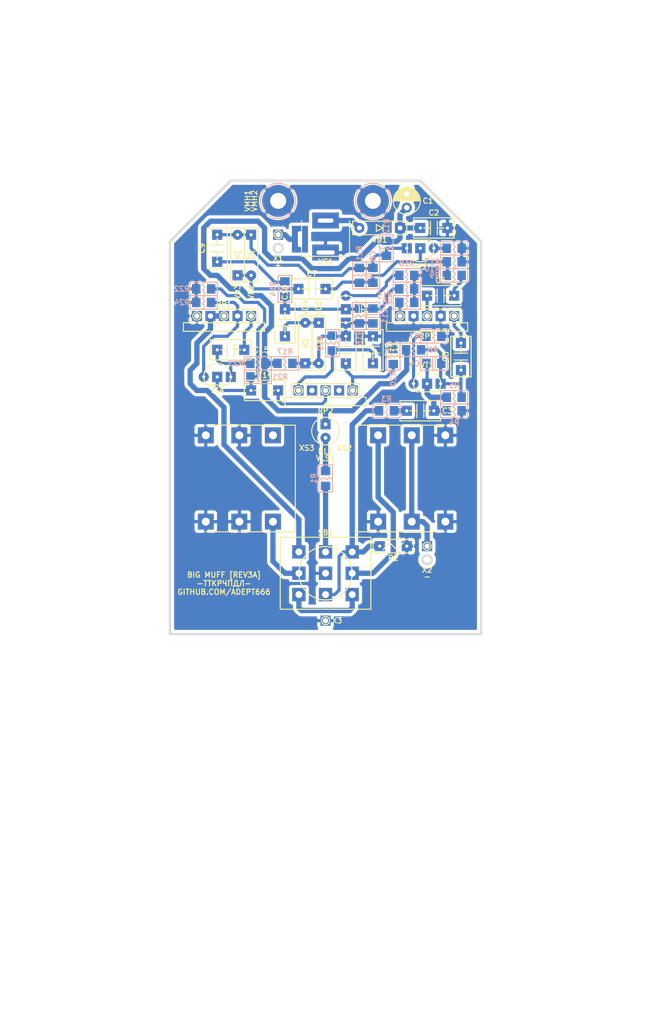
<source format=kicad_pcb>
(kicad_pcb (version 20171130) (host pcbnew 5.1.12-84ad8e8a86~92~ubuntu20.04.1)
  (title_block (title ТКП-1.30.A-3) (date 2024-07-27) (rev 3A) (company "Big Muff [REV3A] NYC SM") (comment 1 http://github.com/Adept666) (comment 2 "Igor Ivanov (Игорь Иванов)") (comment 3 -ТТКРЧПДЛ-) (comment 4 "This project is licensed under GNU General Public License v3.0 or later"))
  (layers (0 F.Cu jumper) (31 B.Cu signal) (36 B.SilkS user) (37 F.SilkS user) (38 B.Mask user) (39 F.Mask user) (44 Edge.Cuts user))
  (net 0 "")
  (net 1 COM)
  (net 2 "Net-(HL1-PadC)")
  (net 3 /LED)
  (net 4 "Net-(SB1-PadNC1)")
  (net 5 /IN-CON)
  (net 6 /OUT-CON)
  (net 7 /PP3-POS)
  (net 8 /PP3-NEG)
  (net 9 "Net-(VD1-PadA)")
  (net 10 "Net-(C3-Pad2)")
  (net 11 "Net-(C4-Pad2)")
  (net 12 "Net-(C5-Pad2)")
  (net 13 "Net-(C6-Pad1)")
  (net 14 "Net-(C6-Pad2)")
  (net 15 "Net-(C7-Pad1)")
  (net 16 "Net-(C7-Pad2)")
  (net 17 "Net-(C8-Pad2)")
  (net 18 "Net-(C9-Pad2)")
  (net 19 "Net-(C10-Pad1)")
  (net 20 "Net-(C10-Pad2)")
  (net 21 "Net-(C11-Pad2)")
  (net 22 "Net-(C12-Pad2)")
  (net 23 "Net-(C13-Pad1)")
  (net 24 "Net-(C14-Pad1)")
  (net 25 "Net-(C14-Pad2)")
  (net 26 "Net-(C15-Pad1)")
  (net 27 "Net-(C15-Pad2)")
  (net 28 "Net-(R8-Pad2)")
  (net 29 "Net-(C3-Pad1)")
  (net 30 V)
  (net 31 /IN-CIR)
  (net 32 /OUT-CIR)
  (net 33 "Net-(XS3-PadTN)")
  (net 34 "Net-(R7-Pad2)")
  (net 35 "Net-(R13-Pad2)")
  (net 36 "Net-(R18-Pad2)")
  (net 37 "Net-(R24-Pad2)")
  (module KCL-TH-SL:SW-PBS-24-302SP-2.5-PNL-12.0 (layer F.Cu) (at 105.41 167.64)
    (fp_text reference SB1 (at 0 -7.62) (layer F.SilkS) (effects (font (thickness 0.2))))
    (fp_text value PBS-24-302SP)
    (pad COM3 thru_hole rect (at 5 0) (size 2.5 2.5) (drill 1.3) (layers B.Cu B.Mask) (net 5 /IN-CON))
    (pad NC3 thru_hole rect (at 5 4) (size 2.5 2.5) (drill 1.3) (layers B.Cu B.Mask) (net 4 "Net-(SB1-PadNC1)"))
    (pad NO3 thru_hole rect (at 5 -4) (size 2.5 2.5) (drill 1.3) (layers B.Cu B.Mask) (net 31 /IN-CIR))
    (pad COM2 thru_hole rect (at 0 0) (size 2.5 2.5) (drill 1.3) (layers B.Cu B.Mask) (net 1 COM))
    (pad NC2 thru_hole rect (at 0 4) (size 2.5 2.5) (drill 1.3) (layers B.Cu B.Mask) (net 31 /IN-CIR))
    (pad NO2 thru_hole rect (at 0 -4) (size 2.5 2.5) (drill 1.3) (layers B.Cu B.Mask) (net 3 /LED))
    (pad NO1 thru_hole rect (at -5 -4) (size 2.5 2.5) (drill 1.3) (layers B.Cu B.Mask) (net 32 /OUT-CIR))
    (pad COM1 thru_hole rect (at -5 0) (size 2.5 2.5) (drill 1.3) (layers B.Cu B.Mask) (net 6 /OUT-CON))
    (pad NC1 thru_hole rect (at -5 4) (size 2.5 2.5) (drill 1.3) (layers B.Cu B.Mask) (net 4 "Net-(SB1-PadNC1)"))
  )
  (module SBKCL-TH-SL:RPB-18-1x17-1.6-PNL-7.2 (layer F.Cu) (at 124.46 108.15)
    (fp_text reference RP3 (at 0 15.04) (layer F.SilkS) (effects (font (thickness 0.2))))
    (fp_text value A100K)
    (pad 3 thru_hole rect (at 5.08 11.23) (size 1.9 1.9) (drill 1) (layers B.Cu B.Mask) (net 12 "Net-(C5-Pad2)"))
    (pad NC2 thru_hole rect (at 2.54 11.23) (size 1.9 1.9) (drill 1) (layers B.Cu B.Mask) (net 1 COM))
    (pad 2 thru_hole rect (at 0 11.23) (size 1.9 1.9) (drill 1) (layers B.Cu B.Mask) (net 13 "Net-(C6-Pad1)"))
    (pad NC1 thru_hole rect (at -2.54 11.23) (size 1.9 1.9) (drill 1) (layers B.Cu B.Mask) (net 1 COM))
    (pad 1 thru_hole rect (at -5.08 11.23) (size 1.9 1.9) (drill 1) (layers B.Cu B.Mask) (net 28 "Net-(R8-Pad2)"))
  )
  (module SBKCL-TH-SL:RPB-18-1x17-1.6-PNL-7.2 (layer F.Cu) (at 105.41 122.12)
    (fp_text reference RP2 (at 0 15.04) (layer F.SilkS) (effects (font (thickness 0.2))))
    (fp_text value B100K)
    (pad 3 thru_hole rect (at 5.08 11.23) (size 1.9 1.9) (drill 1) (layers B.Cu B.Mask) (net 22 "Net-(C12-Pad2)"))
    (pad NC2 thru_hole rect (at 2.54 11.23) (size 1.9 1.9) (drill 1) (layers B.Cu B.Mask))
    (pad 2 thru_hole rect (at 0 11.23) (size 1.9 1.9) (drill 1) (layers B.Cu B.Mask) (net 24 "Net-(C14-Pad1)"))
    (pad NC1 thru_hole rect (at -2.54 11.23) (size 1.9 1.9) (drill 1) (layers B.Cu B.Mask))
    (pad 1 thru_hole rect (at -5.08 11.23) (size 1.9 1.9) (drill 1) (layers B.Cu B.Mask) (net 23 "Net-(C13-Pad1)"))
  )
  (module SBKCL-TH-SL:RPB-18-1x17-1.6-PNL-7.2 (layer F.Cu) (at 86.36 108.15)
    (fp_text reference RP1 (at 0 9.0075) (layer F.SilkS) (effects (font (thickness 0.2))))
    (fp_text value A100K)
    (pad 3 thru_hole rect (at 5.08 11.23) (size 1.9 1.9) (drill 1) (layers B.Cu B.Mask) (net 27 "Net-(C15-Pad2)"))
    (pad NC2 thru_hole rect (at 2.54 11.23) (size 1.9 1.9) (drill 1) (layers B.Cu B.Mask) (net 37 "Net-(R24-Pad2)"))
    (pad 2 thru_hole rect (at 0 11.23) (size 1.9 1.9) (drill 1) (layers B.Cu B.Mask) (net 32 /OUT-CIR))
    (pad NC1 thru_hole rect (at -2.54 11.23) (size 1.9 1.9) (drill 1) (layers B.Cu B.Mask) (net 32 /OUT-CIR))
    (pad 1 thru_hole rect (at -5.08 11.23) (size 1.9 1.9) (drill 1) (layers B.Cu B.Mask) (net 1 COM))
  )
  (module SBEL:ТКП-6.3.3 (layer F.Cu) (at 105.41 148.59)
    (fp_text reference VE2 hide)
    (fp_text value ТКП-6.3.3.A1-1 hide)
  )
  (module SBEL:ТКП-6.3.1.A1 (layer F.Cu) (at 105.41 148.59)
    (fp_text reference VE1 hide)
    (fp_text value ТКП-6.3.1.A1-1 hide)
  )
  (module KCL-TH-SL:CON-PAD-S-1.0-1.9 (layer F.Cu) (at 96.52 104.14)
    (fp_text reference X1 (at 0 4.445) (layer F.SilkS) (effects (font (thickness 0.2))))
    (fp_text value X)
    (pad 1 thru_hole rect (at 0 0) (size 1.9 1.9) (drill 1) (layers B.Cu B.Mask) (net 7 /PP3-POS))
  )
  (module KCL-TH-SL:CON-PAD-S-1.0-1.9 (layer F.Cu) (at 124.46 162.56)
    (fp_text reference X2 (at 0 4.445) (layer F.SilkS) (effects (font (thickness 0.2))))
    (fp_text value X)
    (pad 1 thru_hole rect (at 0 0) (size 1.9 1.9) (drill 1) (layers B.Cu B.Mask) (net 8 /PP3-NEG))
  )
  (module KCL-TH-SL:CON-PAD-S-1.0-1.9 (layer F.Cu) (at 105.41 176.53)
    (fp_text reference X3 (at 1.0795 0) (layer F.SilkS) (effects (font (thickness 0.2)) (justify left)))
    (fp_text value X)
    (pad 1 thru_hole rect (at 0 0) (size 1.9 1.9) (drill 1) (layers B.Cu B.Mask) (net 1 COM))
  )
  (module KCL-VIRTUAL:B-PP3-HV (layer F.Cu) (at 105.41 187.96)
    (fp_text reference GB1 hide)
    (fp_text value X hide)
  )
  (module KCL-TH-SL:P-TO-92-E-B-C (layer F.Cu) (at 123.19 106.68 180)
    (fp_text reference VT2 (at 0 -3.4925) (layer F.SilkS) (effects (font (thickness 0.2))))
    (fp_text value 5088)
    (pad E thru_hole circle (at -2.54 0 180) (size 1.9 1.9) (drill 0.6) (layers B.Cu B.Mask) (net 35 "Net-(R13-Pad2)"))
    (pad B thru_hole rect (at 0 0 180) (size 1.9 1.9) (drill 0.6) (layers B.Cu B.Mask) (net 15 "Net-(C7-Pad1)"))
    (pad C thru_hole rect (at 2.54 0 180) (size 1.9 1.9) (drill 0.6) (layers B.Cu B.Mask) (net 17 "Net-(C8-Pad2)"))
  )
  (module KCL-TH-SL:P-TO-92-E-B-C (layer F.Cu) (at 109.22 118.11 270)
    (fp_text reference VT3 (at 0 -3.4925 90) (layer F.SilkS) (effects (font (thickness 0.2))))
    (fp_text value 5088)
    (pad E thru_hole circle (at -2.54 0 270) (size 1.9 1.9) (drill 0.6) (layers B.Cu B.Mask) (net 36 "Net-(R18-Pad2)"))
    (pad B thru_hole rect (at 0 0 270) (size 1.9 1.9) (drill 0.6) (layers B.Cu B.Mask) (net 19 "Net-(C10-Pad1)"))
    (pad C thru_hole rect (at 2.54 0 270) (size 1.9 1.9) (drill 0.6) (layers B.Cu B.Mask) (net 21 "Net-(C11-Pad2)"))
  )
  (module KCL-TH-SL:P-TO-92-E-B-C (layer F.Cu) (at 124.46 132.08)
    (fp_text reference VT1 (at 0 -3.4925) (layer F.SilkS) (effects (font (thickness 0.2))))
    (fp_text value 5088)
    (pad C thru_hole rect (at 2.54 0) (size 1.9 1.9) (drill 0.6) (layers B.Cu B.Mask) (net 11 "Net-(C4-Pad2)"))
    (pad B thru_hole rect (at 0 0) (size 1.9 1.9) (drill 0.6) (layers B.Cu B.Mask) (net 10 "Net-(C3-Pad2)"))
    (pad E thru_hole circle (at -2.54 0) (size 1.9 1.9) (drill 0.6) (layers B.Cu B.Mask) (net 34 "Net-(R7-Pad2)"))
  )
  (module KCL-TH-SL:P-TO-92-E-B-C (layer F.Cu) (at 85.09 130.81)
    (fp_text reference VT4 (at 0 2.54) (layer F.SilkS) (effects (font (thickness 0.2))))
    (fp_text value 5088)
    (pad E thru_hole circle (at -2.54 0) (size 1.9 1.9) (drill 0.6) (layers B.Cu B.Mask) (net 37 "Net-(R24-Pad2)"))
    (pad B thru_hole rect (at 0 0) (size 1.9 1.9) (drill 0.6) (layers B.Cu B.Mask) (net 25 "Net-(C14-Pad2)"))
    (pad C thru_hole rect (at 2.54 0) (size 1.9 1.9) (drill 0.6) (layers B.Cu B.Mask) (net 26 "Net-(C15-Pad1)"))
  )
  (module KCL-TH-SL:P-DO-35 (layer F.Cu) (at 88.9 107.95 270)
    (fp_text reference VD3 (at 5.3975 0 90) (layer F.SilkS) (effects (font (thickness 0.2)) (justify right)))
    (fp_text value 6263)
    (pad C thru_hole rect (at 3.81 0 270) (size 1.9 1.9) (drill 0.6) (layers B.Cu B.Mask) (net 16 "Net-(C7-Pad2)"))
    (pad A thru_hole circle (at -3.81 0 270) (size 1.9 1.9) (drill 0.6) (layers B.Cu B.Mask) (net 17 "Net-(C8-Pad2)"))
  )
  (module KCL-TH-SL:P-DO-35 (layer F.Cu) (at 91.44 107.95 90)
    (fp_text reference VD2 (at -5.3975 0 90) (layer F.SilkS) (effects (font (thickness 0.2)) (justify right)))
    (fp_text value 6263)
    (pad C thru_hole rect (at 3.81 0 90) (size 1.9 1.9) (drill 0.6) (layers B.Cu B.Mask) (net 17 "Net-(C8-Pad2)"))
    (pad A thru_hole circle (at -3.81 0 90) (size 1.9 1.9) (drill 0.6) (layers B.Cu B.Mask) (net 16 "Net-(C7-Pad2)"))
  )
  (module KCL-TH-SL:P-DO-35 (layer F.Cu) (at 101.6 124.46 270)
    (fp_text reference VD4 (at -5.08 0 90) (layer F.SilkS) (effects (font (thickness 0.2)) (justify left)))
    (fp_text value 6263)
    (pad C thru_hole rect (at 3.81 0 270) (size 1.9 1.9) (drill 0.6) (layers B.Cu B.Mask) (net 21 "Net-(C11-Pad2)"))
    (pad A thru_hole circle (at -3.81 0 270) (size 1.9 1.9) (drill 0.6) (layers B.Cu B.Mask) (net 20 "Net-(C10-Pad2)"))
  )
  (module KCL-TH-SL:P-DO-35 (layer F.Cu) (at 104.14 124.46 90)
    (fp_text reference VD5 (at 5.08 0 90) (layer F.SilkS) (effects (font (thickness 0.2)) (justify left)))
    (fp_text value 6263)
    (pad C thru_hole rect (at 3.81 0 90) (size 1.9 1.9) (drill 0.6) (layers B.Cu B.Mask) (net 20 "Net-(C10-Pad2)"))
    (pad A thru_hole circle (at -3.81 0 90) (size 1.9 1.9) (drill 0.6) (layers B.Cu B.Mask) (net 21 "Net-(C11-Pad2)"))
  )
  (module KCL-TH-SL:C-DISK-D04.2-T03.0-P05.08-d0.5 (layer F.Cu) (at 125.73 102.87)
    (fp_text reference C2 (at 0 -2.8575) (layer F.SilkS) (effects (font (thickness 0.2))))
    (fp_text value 104)
    (pad 1 thru_hole rect (at -2.54 0) (size 1.9 1.9) (drill 0.6) (layers B.Cu B.Mask) (net 30 V))
    (pad 2 thru_hole rect (at 2.54 0) (size 1.9 1.9) (drill 0.6) (layers B.Cu B.Mask) (net 1 COM))
  )
  (module KCL-TH-SL:C-DISK-D04.2-T03.0-P05.08-d0.5 (layer F.Cu) (at 109.22 125.73 270)
    (fp_text reference C12 (at 0 -7.9375 90) (layer F.SilkS) (effects (font (thickness 0.2))))
    (fp_text value 392)
    (pad 1 thru_hole rect (at -2.54 0 270) (size 1.9 1.9) (drill 0.6) (layers B.Cu B.Mask) (net 21 "Net-(C11-Pad2)"))
    (pad 2 thru_hole rect (at 2.54 0 270) (size 1.9 1.9) (drill 0.6) (layers B.Cu B.Mask) (net 22 "Net-(C12-Pad2)"))
  )
  (module KCL-TH-SL:C-DISK-D04.2-T03.0-P05.08-d0.5 (layer F.Cu) (at 114.3 125.73 90)
    (fp_text reference C13 (at 0 4.1275 90) (layer F.SilkS) (effects (font (thickness 0.2))))
    (fp_text value 103)
    (pad 1 thru_hole rect (at -2.54 0 90) (size 1.9 1.9) (drill 0.6) (layers B.Cu B.Mask) (net 23 "Net-(C13-Pad1)"))
    (pad 2 thru_hole rect (at 2.54 0 90) (size 1.9 1.9) (drill 0.6) (layers B.Cu B.Mask) (net 1 COM))
  )
  (module KCL-TH-SL:C-DISK-D04.2-T03.0-P05.08-d0.5 (layer F.Cu) (at 127 115.57)
    (fp_text reference C6 (at 0 -2.8575) (layer F.SilkS) (effects (font (thickness 0.2))))
    (fp_text value 105)
    (pad 1 thru_hole rect (at -2.54 0) (size 1.9 1.9) (drill 0.6) (layers B.Cu B.Mask) (net 13 "Net-(C6-Pad1)"))
    (pad 2 thru_hole rect (at 2.54 0) (size 1.9 1.9) (drill 0.6) (layers B.Cu B.Mask) (net 14 "Net-(C6-Pad2)"))
  )
  (module KCL-TH-SL:C-DISK-D04.2-T03.0-P05.08-d0.5 (layer F.Cu) (at 130.81 127 90)
    (fp_text reference C5 (at 0 -2.8575 90) (layer F.SilkS) (effects (font (thickness 0.2))))
    (fp_text value 105)
    (pad 2 thru_hole rect (at 2.54 0 90) (size 1.9 1.9) (drill 0.6) (layers B.Cu B.Mask) (net 12 "Net-(C5-Pad2)"))
    (pad 1 thru_hole rect (at -2.54 0 90) (size 1.9 1.9) (drill 0.6) (layers B.Cu B.Mask) (net 11 "Net-(C4-Pad2)"))
  )
  (module KCL-TH-SL:C-DISK-D04.2-T03.0-P05.08-d0.5 (layer F.Cu) (at 123.19 137.16)
    (fp_text reference C3 (at 5.08 0) (layer F.SilkS) (effects (font (thickness 0.2))))
    (fp_text value 105)
    (pad 1 thru_hole rect (at -2.54 0) (size 1.9 1.9) (drill 0.6) (layers B.Cu B.Mask) (net 29 "Net-(C3-Pad1)"))
    (pad 2 thru_hole rect (at 2.54 0) (size 1.9 1.9) (drill 0.6) (layers B.Cu B.Mask) (net 10 "Net-(C3-Pad2)"))
  )
  (module KCL-TH-SL:C-DISK-D04.2-T03.0-P05.08-d0.5 (layer F.Cu) (at 93.98 133.35 180)
    (fp_text reference C14 (at 0 2.8575) (layer F.SilkS) (effects (font (thickness 0.2))))
    (fp_text value 105)
    (pad 2 thru_hole rect (at 2.54 0 180) (size 1.9 1.9) (drill 0.6) (layers B.Cu B.Mask) (net 25 "Net-(C14-Pad2)"))
    (pad 1 thru_hole rect (at -2.54 0 180) (size 1.9 1.9) (drill 0.6) (layers B.Cu B.Mask) (net 24 "Net-(C14-Pad1)"))
  )
  (module KCL-TH-SL:C-DISK-D04.2-T03.0-P05.08-d0.5 (layer F.Cu) (at 87.63 125.73)
    (fp_text reference C15 (at 4.1275 0) (layer F.SilkS) (effects (font (thickness 0.2)) (justify left)))
    (fp_text value 105)
    (pad 1 thru_hole rect (at -2.54 0) (size 1.9 1.9) (drill 0.6) (layers B.Cu B.Mask) (net 26 "Net-(C15-Pad1)"))
    (pad 2 thru_hole rect (at 2.54 0) (size 1.9 1.9) (drill 0.6) (layers B.Cu B.Mask) (net 27 "Net-(C15-Pad2)"))
  )
  (module KCL-TH-SL:C-DISK-D04.2-T03.0-P05.08-d0.5 (layer F.Cu) (at 97.79 120.65 270)
    (fp_text reference C10 (at -4.1275 0 90) (layer F.SilkS) (effects (font (thickness 0.2)) (justify left)))
    (fp_text value 105)
    (pad 1 thru_hole rect (at -2.54 0 270) (size 1.9 1.9) (drill 0.6) (layers B.Cu B.Mask) (net 19 "Net-(C10-Pad1)"))
    (pad 2 thru_hole rect (at 2.54 0 270) (size 1.9 1.9) (drill 0.6) (layers B.Cu B.Mask) (net 20 "Net-(C10-Pad2)"))
  )
  (module KCL-TH-SL:C-DISK-D04.2-T03.0-P05.08-d0.5 (layer F.Cu) (at 102.87 114.3 180)
    (fp_text reference C7 (at 0 2.8575) (layer F.SilkS) (effects (font (thickness 0.2))))
    (fp_text value 105)
    (pad 2 thru_hole rect (at 2.54 0 180) (size 1.9 1.9) (drill 0.6) (layers B.Cu B.Mask) (net 16 "Net-(C7-Pad2)"))
    (pad 1 thru_hole rect (at -2.54 0 180) (size 1.9 1.9) (drill 0.6) (layers B.Cu B.Mask) (net 15 "Net-(C7-Pad1)"))
  )
  (module KCL-TH-SL:C-DISK-D04.2-T03.0-P05.08-d0.5 (layer F.Cu) (at 85.09 106.68 270)
    (fp_text reference C9 (at 0 2.8575 90) (layer F.SilkS) (effects (font (thickness 0.2))))
    (fp_text value 105)
    (pad 1 thru_hole rect (at -2.54 0 270) (size 1.9 1.9) (drill 0.6) (layers B.Cu B.Mask) (net 17 "Net-(C8-Pad2)"))
    (pad 2 thru_hole rect (at 2.54 0 270) (size 1.9 1.9) (drill 0.6) (layers B.Cu B.Mask) (net 18 "Net-(C9-Pad2)"))
  )
  (module KCL-TH-SL:P-DO-41 (layer F.Cu) (at 115.57 102.87)
    (fp_text reference VD1 (at 0 2.2225) (layer F.SilkS) (effects (font (thickness 0.2))))
    (fp_text value 5817)
    (pad A thru_hole circle (at -3.81 0) (size 1.9 1.9) (drill 0.9) (layers B.Cu B.Mask) (net 9 "Net-(VD1-PadA)"))
    (pad C thru_hole rect (at 3.81 0) (size 1.9 1.9) (drill 0.9) (layers B.Cu B.Mask) (net 30 V))
  )
  (module KCL-SM:C-SM-1206 (layer B.Cu) (at 114.3 111.76 90)
    (fp_text reference C8 (at 2.54 0 90) (layer B.SilkS) (effects (font (thickness 0.2)) (justify right mirror)))
    (fp_text value 471)
    (pad 2 smd rect (at 1.4 0 90) (size 1.6 1.8) (layers B.Cu B.Mask) (net 17 "Net-(C8-Pad2)"))
    (pad 1 smd rect (at -1.4 0 90) (size 1.6 1.8) (layers B.Cu B.Mask) (net 15 "Net-(C7-Pad1)"))
  )
  (module KCL-SM:C-SM-1206 (layer B.Cu) (at 114.3 119.38 270)
    (fp_text reference C11 (at 0 -2.2225 270) (layer B.SilkS) (effects (font (thickness 0.2)) (justify mirror)))
    (fp_text value 471)
    (pad 2 smd rect (at 1.4 0 270) (size 1.6 1.8) (layers B.Cu B.Mask) (net 21 "Net-(C11-Pad2)"))
    (pad 1 smd rect (at -1.4 0 270) (size 1.6 1.8) (layers B.Cu B.Mask) (net 19 "Net-(C10-Pad1)"))
  )
  (module KCL-SM:C-SM-1206 (layer B.Cu) (at 125.73 128.27)
    (fp_text reference C4 (at -2.54 0) (layer B.SilkS) (effects (font (thickness 0.2)) (justify left mirror)))
    (fp_text value 471)
    (pad 2 smd rect (at 1.4 0) (size 1.6 1.8) (layers B.Cu B.Mask) (net 11 "Net-(C4-Pad2)"))
    (pad 1 smd rect (at -1.4 0) (size 1.6 1.8) (layers B.Cu B.Mask) (net 10 "Net-(C3-Pad2)"))
  )
  (module KCL-SM:R-SM-1206 (layer B.Cu) (at 129.54 134.62)
    (fp_text reference R5 (at 0 -2.2225) (layer B.SilkS) (effects (font (thickness 0.2)) (justify mirror)))
    (fp_text value 514)
    (pad 2 smd rect (at 1.4 0) (size 1.6 1.8) (layers B.Cu B.Mask) (net 11 "Net-(C4-Pad2)"))
    (pad 1 smd rect (at -1.4 0) (size 1.6 1.8) (layers B.Cu B.Mask) (net 10 "Net-(C3-Pad2)"))
  )
  (module KCL-SM:R-SM-1206 (layer B.Cu) (at 129.54 137.16 180)
    (fp_text reference R4 (at 0 -2.2225) (layer B.SilkS) (effects (font (thickness 0.2)) (justify mirror)))
    (fp_text value 104)
    (pad 2 smd rect (at 1.4 0 180) (size 1.6 1.8) (layers B.Cu B.Mask) (net 10 "Net-(C3-Pad2)"))
    (pad 1 smd rect (at -1.4 0 180) (size 1.6 1.8) (layers B.Cu B.Mask) (net 1 COM))
  )
  (module KCL-SM:R-SM-1206 (layer B.Cu) (at 116.84 137.16)
    (fp_text reference R3 (at 0 -2.2225) (layer B.SilkS) (effects (font (thickness 0.2)) (justify mirror)))
    (fp_text value 393)
    (pad 2 smd rect (at 1.4 0) (size 1.6 1.8) (layers B.Cu B.Mask) (net 29 "Net-(C3-Pad1)"))
    (pad 1 smd rect (at -1.4 0) (size 1.6 1.8) (layers B.Cu B.Mask) (net 31 /IN-CIR))
  )
  (module KCL-SM:R-SM-1206 (layer B.Cu) (at 121.92 125.73 180)
    (fp_text reference R6 (at -2.54 0 180) (layer B.SilkS) (effects (font (thickness 0.2)) (justify right mirror)))
    (fp_text value 103)
    (pad 2 smd rect (at 1.4 0 180) (size 1.6 1.8) (layers B.Cu B.Mask) (net 30 V))
    (pad 1 smd rect (at -1.4 0 180) (size 1.6 1.8) (layers B.Cu B.Mask) (net 11 "Net-(C4-Pad2)"))
  )
  (module KCL-SM:R-SM-1206 (layer B.Cu) (at 118.11 127 90)
    (fp_text reference R20 (at -2.54 0 90) (layer B.SilkS) (effects (font (thickness 0.2)) (justify left mirror)))
    (fp_text value 223)
    (pad 2 smd rect (at 1.4 0 90) (size 1.6 1.8) (layers B.Cu B.Mask) (net 1 COM))
    (pad 1 smd rect (at -1.4 0 90) (size 1.6 1.8) (layers B.Cu B.Mask) (net 22 "Net-(C12-Pad2)"))
  )
  (module KCL-SM:R-SM-1206 (layer B.Cu) (at 125.73 123.19 180)
    (fp_text reference R7 (at 2.54 0 180) (layer B.SilkS) (effects (font (thickness 0.2)) (justify left mirror)))
    (fp_text value 101)
    (pad 2 smd rect (at 1.4 0 180) (size 1.6 1.8) (layers B.Cu B.Mask) (net 34 "Net-(R7-Pad2)"))
    (pad 1 smd rect (at -1.4 0 180) (size 1.6 1.8) (layers B.Cu B.Mask) (net 1 COM))
  )
  (module KCL-SM:R-SM-1206 (layer B.Cu) (at 129.54 106.68 180)
    (fp_text reference R13 (at 2.54 -2.54 180) (layer B.SilkS) (effects (font (thickness 0.2)) (justify left mirror)))
    (fp_text value 391)
    (pad 2 smd rect (at 1.4 0 180) (size 1.6 1.8) (layers B.Cu B.Mask) (net 35 "Net-(R13-Pad2)"))
    (pad 1 smd rect (at -1.4 0 180) (size 1.6 1.8) (layers B.Cu B.Mask) (net 1 COM))
  )
  (module KCL-SM:R-SM-1206 (layer B.Cu) (at 129.54 109.22 180)
    (fp_text reference R10 (at 2.54 -1.27) (layer B.SilkS) (effects (font (thickness 0.2)) (justify left mirror)))
    (fp_text value 104)
    (pad 2 smd rect (at 1.4 0 180) (size 1.6 1.8) (layers B.Cu B.Mask) (net 15 "Net-(C7-Pad1)"))
    (pad 1 smd rect (at -1.4 0 180) (size 1.6 1.8) (layers B.Cu B.Mask) (net 1 COM))
  )
  (module KCL-SM:R-SM-1206 (layer B.Cu) (at 129.54 111.76 180)
    (fp_text reference R9 (at 2.54 0) (layer B.SilkS) (effects (font (thickness 0.2)) (justify left mirror)))
    (fp_text value 103)
    (pad 2 smd rect (at 1.4 0 180) (size 1.6 1.8) (layers B.Cu B.Mask) (net 15 "Net-(C7-Pad1)"))
    (pad 1 smd rect (at -1.4 0 180) (size 1.6 1.8) (layers B.Cu B.Mask) (net 14 "Net-(C6-Pad2)"))
  )
  (module KCL-SM:R-SM-1206 (layer B.Cu) (at 120.65 116.84 180)
    (fp_text reference R8 (at 2.54 0) (layer B.SilkS) (effects (font (thickness 0.2)) (justify left mirror)))
    (fp_text value 182)
    (pad 2 smd rect (at 1.4 0 180) (size 1.6 1.8) (layers B.Cu B.Mask) (net 28 "Net-(R8-Pad2)"))
    (pad 1 smd rect (at -1.4 0 180) (size 1.6 1.8) (layers B.Cu B.Mask) (net 1 COM))
  )
  (module KCL-SM:R-SM-1206 (layer B.Cu) (at 120.65 114.3 180)
    (fp_text reference R15 (at 2.54 -1.27) (layer B.SilkS) (effects (font (thickness 0.2)) (justify left mirror)))
    (fp_text value 104)
    (pad 2 smd rect (at 1.4 0 180) (size 1.6 1.8) (layers B.Cu B.Mask) (net 19 "Net-(C10-Pad1)"))
    (pad 1 smd rect (at -1.4 0 180) (size 1.6 1.8) (layers B.Cu B.Mask) (net 1 COM))
  )
  (module KCL-SM:R-SM-1206 (layer B.Cu) (at 120.65 111.76 180)
    (fp_text reference R18 (at 0 2.2225 180) (layer B.SilkS) (effects (font (thickness 0.2)) (justify mirror)))
    (fp_text value 391)
    (pad 2 smd rect (at 1.4 0 180) (size 1.6 1.8) (layers B.Cu B.Mask) (net 36 "Net-(R18-Pad2)"))
    (pad 1 smd rect (at -1.4 0 180) (size 1.6 1.8) (layers B.Cu B.Mask) (net 1 COM))
  )
  (module KCL-SM:R-SM-1206 (layer B.Cu) (at 116.84 106.68 90)
    (fp_text reference R12 (at 2.54 0 90) (layer B.SilkS) (effects (font (thickness 0.2)) (justify right mirror)))
    (fp_text value 103)
    (pad 2 smd rect (at 1.4 0 90) (size 1.6 1.8) (layers B.Cu B.Mask) (net 30 V))
    (pad 1 smd rect (at -1.4 0 90) (size 1.6 1.8) (layers B.Cu B.Mask) (net 17 "Net-(C8-Pad2)"))
  )
  (module KCL-SM:R-SM-1206 (layer B.Cu) (at 111.76 111.76 90)
    (fp_text reference R11 (at 2.54 0 90) (layer B.SilkS) (effects (font (thickness 0.2)) (justify right mirror)))
    (fp_text value 474)
    (pad 2 smd rect (at 1.4 0 90) (size 1.6 1.8) (layers B.Cu B.Mask) (net 17 "Net-(C8-Pad2)"))
    (pad 1 smd rect (at -1.4 0 90) (size 1.6 1.8) (layers B.Cu B.Mask) (net 15 "Net-(C7-Pad1)"))
  )
  (module KCL-SM:R-SM-1206 (layer B.Cu) (at 111.76 119.38 270)
    (fp_text reference R16 (at 2.54 0 90) (layer B.SilkS) (effects (font (thickness 0.2)) (justify left mirror)))
    (fp_text value 474)
    (pad 2 smd rect (at 1.4 0 270) (size 1.6 1.8) (layers B.Cu B.Mask) (net 21 "Net-(C11-Pad2)"))
    (pad 1 smd rect (at -1.4 0 270) (size 1.6 1.8) (layers B.Cu B.Mask) (net 19 "Net-(C10-Pad1)"))
  )
  (module KCL-SM:R-SM-1206 (layer B.Cu) (at 97.79 114.3 270)
    (fp_text reference R14 (at 0 2.2225 90) (layer B.SilkS) (effects (font (thickness 0.2)) (justify mirror)))
    (fp_text value 103)
    (pad 2 smd rect (at 1.4 0 270) (size 1.6 1.8) (layers B.Cu B.Mask) (net 19 "Net-(C10-Pad1)"))
    (pad 1 smd rect (at -1.4 0 270) (size 1.6 1.8) (layers B.Cu B.Mask) (net 18 "Net-(C9-Pad2)"))
  )
  (module KCL-SM:R-SM-1206 (layer B.Cu) (at 106.68 124.46 270)
    (fp_text reference R19 (at 0 2.2225 270) (layer B.SilkS) (effects (font (thickness 0.2)) (justify mirror)))
    (fp_text value 223)
    (pad 2 smd rect (at 1.4 0 270) (size 1.6 1.8) (layers B.Cu B.Mask) (net 23 "Net-(C13-Pad1)"))
    (pad 1 smd rect (at -1.4 0 270) (size 1.6 1.8) (layers B.Cu B.Mask) (net 21 "Net-(C11-Pad2)"))
  )
  (module KCL-SM:R-SM-1206 (layer B.Cu) (at 97.79 128.27 180)
    (fp_text reference R17 (at 0 2.2225) (layer B.SilkS) (effects (font (thickness 0.2)) (justify mirror)))
    (fp_text value 103)
    (pad 1 smd rect (at -1.4 0 180) (size 1.6 1.8) (layers B.Cu B.Mask) (net 21 "Net-(C11-Pad2)"))
    (pad 2 smd rect (at 1.4 0 180) (size 1.6 1.8) (layers B.Cu B.Mask) (net 30 V))
  )
  (module KCL-SM:R-SM-1206 (layer B.Cu) (at 92.71 128.27)
    (fp_text reference R23 (at -2.54 0) (layer B.SilkS) (effects (font (thickness 0.2)) (justify left mirror)))
    (fp_text value 103)
    (pad 2 smd rect (at 1.4 0) (size 1.6 1.8) (layers B.Cu B.Mask) (net 30 V))
    (pad 1 smd rect (at -1.4 0) (size 1.6 1.8) (layers B.Cu B.Mask) (net 26 "Net-(C15-Pad1)"))
  )
  (module KCL-SM:R-SM-1206 (layer B.Cu) (at 92.71 130.81)
    (fp_text reference R21 (at 2.54 0) (layer B.SilkS) (effects (font (thickness 0.2)) (justify right mirror)))
    (fp_text value 474)
    (pad 2 smd rect (at 1.4 0) (size 1.6 1.8) (layers B.Cu B.Mask) (net 30 V))
    (pad 1 smd rect (at -1.4 0) (size 1.6 1.8) (layers B.Cu B.Mask) (net 25 "Net-(C14-Pad2)"))
  )
  (module KCL-SM:R-SM-1206 (layer B.Cu) (at 82.55 114.3)
    (fp_text reference R22 (at -2.54 0) (layer B.SilkS) (effects (font (thickness 0.2)) (justify left mirror)))
    (fp_text value 104)
    (pad 2 smd rect (at 1.4 0) (size 1.6 1.8) (layers B.Cu B.Mask) (net 25 "Net-(C14-Pad2)"))
    (pad 1 smd rect (at -1.4 0) (size 1.6 1.8) (layers B.Cu B.Mask) (net 1 COM))
  )
  (module KCL-SM:R-SM-1206 (layer B.Cu) (at 82.55 116.84)
    (fp_text reference R24 (at -2.54 0) (layer B.SilkS) (effects (font (thickness 0.2)) (justify left mirror)))
    (fp_text value 202)
    (pad 2 smd rect (at 1.4 0) (size 1.6 1.8) (layers B.Cu B.Mask) (net 37 "Net-(R24-Pad2)"))
    (pad 1 smd rect (at -1.4 0) (size 1.6 1.8) (layers B.Cu B.Mask) (net 1 COM))
  )
  (module KCL-TH-SL:R-MFR-12 (layer F.Cu) (at 118.11 162.56 180)
    (fp_text reference R2 (at 0 -2.2225) (layer F.SilkS) (effects (font (thickness 0.2))))
    (fp_text value 105)
    (pad 2 thru_hole rect (at 2.54 0 180) (size 1.9 1.9) (drill 0.6) (layers B.Cu B.Mask) (net 31 /IN-CIR))
    (pad 1 thru_hole rect (at -2.54 0 180) (size 1.9 1.9) (drill 0.6) (layers B.Cu B.Mask) (net 1 COM))
  )
  (module KCL-SM:R-SM-1206 (layer B.Cu) (at 105.41 149.86 90)
    (fp_text reference R1 (at 0 -2.2225 90) (layer B.SilkS) (effects (font (thickness 0.2)) (justify mirror)))
    (fp_text value 103)
    (pad 2 smd rect (at 1.4 0 90) (size 1.6 1.8) (layers B.Cu B.Mask) (net 2 "Net-(HL1-PadC)"))
    (pad 1 smd rect (at -1.4 0 90) (size 1.6 1.8) (layers B.Cu B.Mask) (net 3 /LED))
  )
  (module KCL-TH-SL:CP-RADIAL-D05.0-P02.0-CLS (layer F.Cu) (at 120.65 97.79 90)
    (fp_text reference C1 (at 0 2.8575 180) (layer F.SilkS) (effects (font (thickness 0.2)) (justify left)))
    (fp_text value 106)
    (pad + thru_hole circle (at -1.27 0 90) (size 1.9 1.9) (drill 1) (layers B.Cu B.Mask) (net 30 V))
    (pad - thru_hole rect (at 1.27 0 90) (size 1.9 1.9) (drill 1) (layers B.Cu B.Mask) (net 1 COM))
  )
  (module KCL-VIRTUAL:VLS-BR (layer F.Cu) (at 105.41 140.97)
    (fp_text reference VLS1 (at 0 5.08) (layer F.SilkS) (effects (font (thickness 0.2))))
    (fp_text value BR-17.8)
  )
  (module KCL-TH-SL:LED-ROUND-05.0-UNI-SH-SPACER-PNL-5.3 (layer F.Cu) (at 105.41 140.97 90)
    (fp_text reference HL1 (at -3.81 0 180) (layer F.SilkS) (effects (font (thickness 0.2))))
    (fp_text value FYL-5013UWC)
    (pad C thru_hole circle (at -1.27 0 90) (size 1.9 1.9) (drill 0.7) (layers B.Cu B.Mask) (net 2 "Net-(HL1-PadC)"))
    (pad A thru_hole rect (at 1.27 0 90) (size 1.9 1.9) (drill 0.7) (layers B.Cu B.Mask) (net 30 V))
  )
  (module KCL-TH-SL:CON-PJ-644C (layer F.Cu) (at 78.74 149.86 270)
    (fp_text reference XS3 (at -5.715 -21.59) (layer F.SilkS) (effects (font (thickness 0.2)) (justify left)))
    (fp_text value PJ-644C)
    (pad TN thru_hole rect (at -8.1 -16.8 270) (size 3 3) (drill 1.5) (layers B.Cu B.Mask) (net 33 "Net-(XS3-PadTN)"))
    (pad RN thru_hole rect (at -8.1 -10.5 270) (size 3 3) (drill 1.5) (layers B.Cu B.Mask) (net 1 COM))
    (pad SN thru_hole rect (at -8.1 -4.2 270) (size 3 3) (drill 1.5) (layers B.Cu B.Mask) (net 1 COM))
    (pad T thru_hole rect (at 8.1 -16.8 270) (size 3 3) (drill 1.5) (layers B.Cu B.Mask) (net 6 /OUT-CON))
    (pad R thru_hole rect (at 8.1 -10.5 270) (size 3 3) (drill 1.5) (layers B.Cu B.Mask) (net 1 COM))
    (pad S thru_hole rect (at 8.1 -4.2 270) (size 3 3) (drill 1.5) (layers B.Cu B.Mask) (net 1 COM))
  )
  (module KCL-TH-SL:CON-PJ-644C (layer F.Cu) (at 132.08 149.86 90)
    (fp_text reference XS2 (at 5.715 -21.59 180) (layer F.SilkS) (effects (font (thickness 0.2)) (justify right)))
    (fp_text value PJ-644C)
    (pad TN thru_hole rect (at -8.1 -16.8 90) (size 3 3) (drill 1.5) (layers B.Cu B.Mask) (net 1 COM))
    (pad RN thru_hole rect (at -8.1 -10.5 90) (size 3 3) (drill 1.5) (layers B.Cu B.Mask) (net 8 /PP3-NEG))
    (pad SN thru_hole rect (at -8.1 -4.2 90) (size 3 3) (drill 1.5) (layers B.Cu B.Mask) (net 1 COM))
    (pad T thru_hole rect (at 8.1 -16.8 90) (size 3 3) (drill 1.5) (layers B.Cu B.Mask) (net 5 /IN-CON))
    (pad R thru_hole rect (at 8.1 -10.5 90) (size 3 3) (drill 1.5) (layers B.Cu B.Mask) (net 8 /PP3-NEG))
    (pad S thru_hole rect (at 8.1 -4.2 90) (size 3 3) (drill 1.5) (layers B.Cu B.Mask) (net 1 COM))
  )
  (module KCL-TH-SL:CON-DC-005 (layer F.Cu) (at 105.41 93.98 180)
    (fp_text reference XS1 (at 0 -15.24) (layer F.SilkS) (effects (font (thickness 0.2))))
    (fp_text value DC-005)
    (pad C thru_hole rect (at 0 -13.5 180) (size 5 3) (drill oval 3.5 0.8) (layers B.Cu B.Mask) (net 1 COM))
    (pad SN thru_hole rect (at 4.8 -11 180) (size 3 5) (drill oval 0.8 3) (layers B.Cu B.Mask) (net 7 /PP3-POS))
    (pad S thru_hole rect (at 0 -7.5 180) (size 5 3) (drill oval 3 0.8) (layers B.Cu B.Mask) (net 9 "Net-(VD1-PadA)"))
  )
  (module KCL-TH-SL:VMH-STA-DA5-PNL-3.0 (layer F.Cu) (at 114.3 97.79)
    (fp_text reference VMH2 (at -22.225 0 90) (layer F.SilkS) (effects (font (thickness 0.2))))
    (fp_text value DI5M3x20)
    (pad 0 thru_hole circle (at 0 0) (size 6 6) (drill 3) (layers B.Cu B.Mask) (net 1 COM))
  )
  (module KCL-TH-SL:VMH-STA-DA5-PNL-3.0 (layer F.Cu) (at 96.52 97.79)
    (fp_text reference VMH1 (at -5.715 0 90) (layer F.SilkS) (effects (font (thickness 0.2))))
    (fp_text value DI5M3x20)
    (pad 0 thru_hole circle (at 0 0) (size 6 6) (drill 3) (layers B.Cu B.Mask) (net 1 COM))
  )
  (gr_text - (at 124.46 168.275) (layer F.SilkS) (effects (font (size 1 1) (thickness 0.2))))
  (gr_text + (at 96.52 109.855) (layer F.SilkS) (effects (font (size 1 1) (thickness 0.2))))
  (gr_text "BIG MUFF [REV3A]\n-ТТКРЧПДЛ-\nGITHUB.COM/ADEPT666" (at 86.36 169.545) (layer F.SilkS) (effects (font (size 1 1) (thickness 0.2))))
  (gr_circle (center 124.46 165.1) (end 125.31 165.1) (layer Edge.Cuts) (width 0.4))
  (gr_circle (center 96.52 106.68) (end 97.37 106.68) (layer Edge.Cuts) (width 0.4))
  (gr_line (start 123.19 93.98) (end 134.62 105.41) (layer Edge.Cuts) (width 0.4))
  (gr_line (start 76.2 105.41) (end 87.63 93.98) (layer Edge.Cuts) (width 0.4))
  (gr_line (start 134.62 105.41) (end 134.62 179.07) (layer Edge.Cuts) (width 0.4))
  (gr_line (start 76.2 105.41) (end 76.2 179.07) (layer Edge.Cuts) (width 0.4))
  (gr_line (start 76.2 179.07) (end 134.62 179.07) (layer Edge.Cuts) (width 0.4))
  (gr_line (start 87.63 93.98) (end 123.19 93.98) (layer Edge.Cuts) (width 0.4))
  (segment (start 98.425 169.545) (end 102.235 169.545) (width 0.6) (layer B.Cu) (net 1))
  (segment (start 105.41 148.46) (end 105.41 142.24) (width 1) (layer B.Cu) (net 2))
  (segment (start 105.41 163.64) (end 105.41 151.26) (width 1) (layer B.Cu) (net 3))
  (segment (start 110.41 174.14) (end 110.41 171.64) (width 1) (layer B.Cu) (net 4))
  (segment (start 109.925 174.625) (end 110.41 174.14) (width 1) (layer B.Cu) (net 4))
  (segment (start 100.895 174.625) (end 109.925 174.625) (width 1) (layer B.Cu) (net 4))
  (segment (start 100.41 174.14) (end 100.895 174.625) (width 1) (layer B.Cu) (net 4))
  (segment (start 100.41 171.64) (end 100.41 174.14) (width 1) (layer B.Cu) (net 4))
  (segment (start 114.3 167.64) (end 110.41 167.64) (width 1) (layer B.Cu) (net 5))
  (segment (start 118.11 163.83) (end 114.3 167.64) (width 1) (layer B.Cu) (net 5))
  (segment (start 118.11 156.21) (end 118.11 163.83) (width 1) (layer B.Cu) (net 5))
  (segment (start 115.28 153.38) (end 118.11 156.21) (width 1) (layer B.Cu) (net 5))
  (segment (start 115.28 141.76) (end 115.28 153.38) (width 1) (layer B.Cu) (net 5))
  (segment (start 100.41 167.64) (end 97.79 167.64) (width 1) (layer B.Cu) (net 6))
  (segment (start 95.54 165.39) (end 97.79 167.64) (width 1) (layer B.Cu) (net 6))
  (segment (start 95.54 157.96) (end 95.54 165.39) (width 1) (layer B.Cu) (net 6))
  (segment (start 100.61 104.98) (end 98.63 104.98) (width 1) (layer B.Cu) (net 7))
  (segment (start 98.63 104.98) (end 97.79 104.14) (width 1) (layer B.Cu) (net 7))
  (segment (start 97.79 104.14) (end 96.52 104.14) (width 1) (layer B.Cu) (net 7))
  (segment (start 121.58 141.76) (end 121.58 157.96) (width 1) (layer B.Cu) (net 8))
  (segment (start 124.46 158.75) (end 124.46 162.56) (width 1) (layer B.Cu) (net 8))
  (segment (start 123.67 157.96) (end 124.46 158.75) (width 1) (layer B.Cu) (net 8))
  (segment (start 121.58 157.96) (end 123.67 157.96) (width 1) (layer B.Cu) (net 8))
  (segment (start 105.41 101.48) (end 110.37 101.48) (width 1) (layer B.Cu) (net 9))
  (segment (start 110.37 101.48) (end 111.76 102.87) (width 1) (layer B.Cu) (net 9))
  (segment (start 124.46 128.27) (end 124.46 132.08) (width 0.6) (layer B.Cu) (net 10))
  (segment (start 128.14 137.16) (end 125.73 137.16) (width 1) (layer B.Cu) (net 10))
  (segment (start 125.73 134.62) (end 125.73 137.16) (width 1) (layer B.Cu) (net 10))
  (segment (start 128.14 134.62) (end 125.73 134.62) (width 1) (layer B.Cu) (net 10))
  (segment (start 124.46 133.985) (end 125.095 134.62) (width 1) (layer B.Cu) (net 10))
  (segment (start 124.46 132.08) (end 124.46 133.985) (width 1) (layer B.Cu) (net 10))
  (segment (start 125.095 134.62) (end 125.73 134.62) (width 1) (layer B.Cu) (net 10))
  (segment (start 127 132.08) (end 130.81 132.08) (width 0.6) (layer B.Cu) (net 11))
  (segment (start 130.81 132.08) (end 130.81 129.54) (width 0.6) (layer B.Cu) (net 11))
  (segment (start 130.81 132.08) (end 130.81 134.62) (width 0.6) (layer B.Cu) (net 11))
  (segment (start 127 126.365) (end 127 132.08) (width 0.6) (layer B.Cu) (net 11))
  (segment (start 126.365 125.73) (end 127 126.365) (width 0.6) (layer B.Cu) (net 11))
  (segment (start 123.32 125.73) (end 126.365 125.73) (width 0.6) (layer B.Cu) (net 11))
  (segment (start 130.81 122.555) (end 130.81 124.46) (width 0.6) (layer B.Cu) (net 12))
  (segment (start 129.54 121.285) (end 130.81 122.555) (width 0.6) (layer B.Cu) (net 12))
  (segment (start 129.54 119.38) (end 129.54 121.285) (width 0.6) (layer B.Cu) (net 12))
  (segment (start 124.46 115.57) (end 124.46 119.38) (width 0.6) (layer B.Cu) (net 13))
  (segment (start 129.54 115.57) (end 129.54 114.3) (width 0.6) (layer B.Cu) (net 14))
  (segment (start 129.54 114.3) (end 130.81 113.03) (width 0.6) (layer B.Cu) (net 14))
  (segment (start 130.81 113.03) (end 130.81 111.76) (width 0.6) (layer B.Cu) (net 14))
  (segment (start 108.585 113.03) (end 111.76 113.03) (width 0.6) (layer B.Cu) (net 15))
  (segment (start 111.76 113.03) (end 114.3 113.03) (width 0.6) (layer B.Cu) (net 15))
  (segment (start 128.27 109.22) (end 128.27 111.76) (width 0.6) (layer B.Cu) (net 15))
  (segment (start 128.14 109.22) (end 123.19 109.22) (width 0.6) (layer B.Cu) (net 15))
  (segment (start 123.19 106.68) (end 123.19 109.22) (width 0.6) (layer B.Cu) (net 15))
  (segment (start 118.745 109.22) (end 123.19 109.22) (width 0.6) (layer B.Cu) (net 15))
  (segment (start 116.205 111.76) (end 118.745 109.22) (width 0.6) (layer B.Cu) (net 15))
  (segment (start 114.3 111.76) (end 116.205 111.76) (width 0.6) (layer B.Cu) (net 15))
  (segment (start 114.3 113.03) (end 114.3 111.76) (width 0.6) (layer B.Cu) (net 15))
  (segment (start 107.315 114.3) (end 108.585 113.03) (width 0.6) (layer B.Cu) (net 15))
  (segment (start 105.41 114.3) (end 107.315 114.3) (width 0.6) (layer B.Cu) (net 15))
  (segment (start 88.9 111.76) (end 91.44 111.76) (width 0.6) (layer B.Cu) (net 16))
  (segment (start 91.44 111.76) (end 91.44 113.665) (width 0.6) (layer B.Cu) (net 16))
  (segment (start 91.44 113.665) (end 92.075 114.3) (width 0.6) (layer B.Cu) (net 16))
  (segment (start 92.075 114.3) (end 100.33 114.3) (width 0.6) (layer B.Cu) (net 16))
  (segment (start 109.855 110.49) (end 111.76 110.49) (width 0.6) (layer B.Cu) (net 17))
  (segment (start 111.76 110.49) (end 114.3 110.49) (width 0.6) (layer B.Cu) (net 17))
  (segment (start 91.44 104.14) (end 88.9 104.14) (width 0.6) (layer B.Cu) (net 17))
  (segment (start 85.09 104.14) (end 88.9 104.14) (width 0.6) (layer B.Cu) (net 17))
  (segment (start 114.3 110.49) (end 114.3 108.585) (width 0.6) (layer B.Cu) (net 17))
  (segment (start 94.615 109.855) (end 91.44 106.68) (width 0.6) (layer B.Cu) (net 17))
  (segment (start 100.33 109.855) (end 94.615 109.855) (width 0.6) (layer B.Cu) (net 17))
  (segment (start 102.235 111.76) (end 100.33 109.855) (width 0.6) (layer B.Cu) (net 17))
  (segment (start 91.44 106.68) (end 91.44 104.14) (width 0.6) (layer B.Cu) (net 17))
  (segment (start 108.585 111.76) (end 102.235 111.76) (width 0.6) (layer B.Cu) (net 17))
  (segment (start 109.855 110.49) (end 108.585 111.76) (width 0.6) (layer B.Cu) (net 17))
  (segment (start 114.935 107.95) (end 114.3 108.585) (width 0.6) (layer B.Cu) (net 17))
  (segment (start 116.84 107.95) (end 114.935 107.95) (width 0.6) (layer B.Cu) (net 17))
  (segment (start 116.84 106.68) (end 116.84 107.95) (width 0.6) (layer B.Cu) (net 17))
  (segment (start 120.65 106.68) (end 116.84 106.68) (width 0.6) (layer B.Cu) (net 17))
  (segment (start 95.885 113.03) (end 97.79 113.03) (width 0.6) (layer B.Cu) (net 18))
  (segment (start 92.075 109.22) (end 95.885 113.03) (width 0.6) (layer B.Cu) (net 18))
  (segment (start 85.09 109.22) (end 92.075 109.22) (width 0.6) (layer B.Cu) (net 18))
  (segment (start 114.3 118.11) (end 115.57 118.11) (width 0.6) (layer B.Cu) (net 19))
  (segment (start 111.76 118.11) (end 114.3 118.11) (width 0.6) (layer B.Cu) (net 19))
  (segment (start 109.22 118.11) (end 111.76 118.11) (width 0.6) (layer B.Cu) (net 19))
  (segment (start 97.79 115.7) (end 97.79 118.11) (width 0.6) (layer B.Cu) (net 19))
  (segment (start 97.79 118.11) (end 109.22 118.11) (width 0.6) (layer B.Cu) (net 19))
  (segment (start 118.11 114.3) (end 119.25 114.3) (width 0.6) (layer B.Cu) (net 19))
  (segment (start 116.84 115.57) (end 118.11 114.3) (width 0.6) (layer B.Cu) (net 19))
  (segment (start 116.84 116.84) (end 116.84 115.57) (width 0.6) (layer B.Cu) (net 19))
  (segment (start 115.57 118.11) (end 116.84 116.84) (width 0.6) (layer B.Cu) (net 19))
  (segment (start 101.6 120.65) (end 104.14 120.65) (width 0.6) (layer B.Cu) (net 20))
  (segment (start 98.425 120.65) (end 101.6 120.65) (width 0.6) (layer B.Cu) (net 20))
  (segment (start 97.79 121.285) (end 98.425 120.65) (width 0.6) (layer B.Cu) (net 20))
  (segment (start 97.79 123.19) (end 97.79 121.285) (width 0.6) (layer B.Cu) (net 20))
  (segment (start 109.22 120.65) (end 109.22 123.19) (width 0.6) (layer B.Cu) (net 21))
  (segment (start 101.6 128.27) (end 104.14 128.27) (width 0.6) (layer B.Cu) (net 21))
  (segment (start 99.19 128.27) (end 101.6 128.27) (width 0.6) (layer B.Cu) (net 21))
  (segment (start 106.68 123.19) (end 109.22 123.19) (width 0.6) (layer B.Cu) (net 21))
  (segment (start 104.775 123.19) (end 106.68 123.19) (width 0.6) (layer B.Cu) (net 21))
  (segment (start 104.14 123.825) (end 104.775 123.19) (width 0.6) (layer B.Cu) (net 21))
  (segment (start 104.14 128.27) (end 104.14 123.825) (width 0.6) (layer B.Cu) (net 21))
  (segment (start 111.76 120.65) (end 114.3 120.65) (width 0.6) (layer B.Cu) (net 21))
  (segment (start 109.22 120.65) (end 111.76 120.65) (width 0.6) (layer B.Cu) (net 21))
  (segment (start 109.22 128.27) (end 109.22 129.54) (width 0.6) (layer B.Cu) (net 22))
  (segment (start 109.22 129.54) (end 110.49 130.81) (width 0.6) (layer B.Cu) (net 22))
  (segment (start 116.84 130.81) (end 110.49 130.81) (width 0.6) (layer B.Cu) (net 22))
  (segment (start 116.84 130.81) (end 118.11 129.54) (width 0.6) (layer B.Cu) (net 22))
  (segment (start 118.11 128.4) (end 118.11 129.54) (width 0.6) (layer B.Cu) (net 22))
  (segment (start 110.49 130.81) (end 110.49 133.35) (width 0.6) (layer B.Cu) (net 22))
  (segment (start 100.33 132.08) (end 100.33 133.35) (width 0.6) (layer B.Cu) (net 23))
  (segment (start 101.6 130.81) (end 100.33 132.08) (width 0.6) (layer B.Cu) (net 23))
  (segment (start 106.68 129.54) (end 105.41 130.81) (width 0.6) (layer B.Cu) (net 23))
  (segment (start 113.665 125.73) (end 106.68 125.73) (width 0.6) (layer B.Cu) (net 23))
  (segment (start 114.3 126.365) (end 113.665 125.73) (width 0.6) (layer B.Cu) (net 23))
  (segment (start 105.41 130.81) (end 101.6 130.81) (width 0.6) (layer B.Cu) (net 23))
  (segment (start 106.68 125.73) (end 106.68 129.54) (width 0.6) (layer B.Cu) (net 23))
  (segment (start 114.3 128.27) (end 114.3 126.365) (width 0.6) (layer B.Cu) (net 23))
  (segment (start 105.41 135.255) (end 105.41 133.35) (width 0.6) (layer B.Cu) (net 24))
  (segment (start 104.775 135.89) (end 105.41 135.255) (width 0.6) (layer B.Cu) (net 24))
  (segment (start 97.155 135.89) (end 104.775 135.89) (width 0.6) (layer B.Cu) (net 24))
  (segment (start 96.52 135.255) (end 97.155 135.89) (width 0.6) (layer B.Cu) (net 24))
  (segment (start 96.52 133.35) (end 96.52 135.255) (width 0.6) (layer B.Cu) (net 24))
  (segment (start 91.44 133.35) (end 91.44 130.81) (width 0.6) (layer B.Cu) (net 25))
  (segment (start 85.09 132.715) (end 85.725 133.35) (width 0.6) (layer B.Cu) (net 25))
  (segment (start 85.725 133.35) (end 91.44 133.35) (width 0.6) (layer B.Cu) (net 25))
  (segment (start 85.09 130.81) (end 85.09 132.715) (width 0.6) (layer B.Cu) (net 25))
  (segment (start 92.71 130.81) (end 91.31 130.81) (width 0.6) (layer B.Cu) (net 25))
  (segment (start 92.71 121.92) (end 92.71 130.81) (width 0.6) (layer B.Cu) (net 25))
  (segment (start 93.98 120.65) (end 92.71 121.92) (width 0.6) (layer B.Cu) (net 25))
  (segment (start 93.98 118.11) (end 93.98 120.65) (width 0.6) (layer B.Cu) (net 25))
  (segment (start 90.17 116.84) (end 92.71 116.84) (width 0.6) (layer B.Cu) (net 25))
  (segment (start 92.71 116.84) (end 93.98 118.11) (width 0.6) (layer B.Cu) (net 25))
  (segment (start 88.9 115.57) (end 90.17 116.84) (width 0.6) (layer B.Cu) (net 25))
  (segment (start 86.995 115.57) (end 88.9 115.57) (width 0.6) (layer B.Cu) (net 25))
  (segment (start 85.725 114.3) (end 86.995 115.57) (width 0.6) (layer B.Cu) (net 25))
  (segment (start 83.95 114.3) (end 85.725 114.3) (width 0.6) (layer B.Cu) (net 25))
  (segment (start 91.31 128.27) (end 87.63 128.27) (width 0.6) (layer B.Cu) (net 26))
  (segment (start 87.63 130.81) (end 87.63 128.27) (width 0.6) (layer B.Cu) (net 26))
  (segment (start 85.725 128.27) (end 87.63 128.27) (width 0.6) (layer B.Cu) (net 26))
  (segment (start 85.09 127.635) (end 85.725 128.27) (width 0.6) (layer B.Cu) (net 26))
  (segment (start 85.09 125.73) (end 85.09 127.635) (width 0.6) (layer B.Cu) (net 26))
  (segment (start 90.17 122.555) (end 91.44 121.285) (width 0.6) (layer B.Cu) (net 27))
  (segment (start 91.44 121.285) (end 91.44 119.38) (width 0.6) (layer B.Cu) (net 27))
  (segment (start 90.17 125.73) (end 90.17 122.555) (width 0.6) (layer B.Cu) (net 27))
  (segment (start 119.25 119.25) (end 119.38 119.38) (width 0.6) (layer B.Cu) (net 28))
  (segment (start 119.38 119.38) (end 119.38 116.84) (width 0.6) (layer B.Cu) (net 28))
  (segment (start 118.24 137.16) (end 120.65 137.16) (width 1) (layer B.Cu) (net 29))
  (segment (start 93.98 134.62) (end 93.98 130.81) (width 1) (layer B.Cu) (net 30))
  (segment (start 93.98 128.27) (end 93.98 122.555) (width 1) (layer B.Cu) (net 30))
  (segment (start 93.98 130.81) (end 93.98 128.27) (width 1) (layer B.Cu) (net 30))
  (segment (start 116.84 105.41) (end 118.745 105.41) (width 1) (layer B.Cu) (net 30))
  (segment (start 114.935 105.41) (end 116.84 105.41) (width 1) (layer B.Cu) (net 30))
  (segment (start 96.39 128.27) (end 94.11 128.27) (width 1) (layer B.Cu) (net 30))
  (segment (start 115.57 132.08) (end 118.11 132.08) (width 1) (layer B.Cu) (net 30))
  (segment (start 118.11 132.08) (end 120.65 129.54) (width 1) (layer B.Cu) (net 30))
  (segment (start 120.65 129.54) (end 120.65 125.73) (width 1) (layer B.Cu) (net 30))
  (segment (start 110.49 137.16) (end 115.57 132.08) (width 1) (layer B.Cu) (net 30))
  (segment (start 119.38 102.87) (end 123.19 102.87) (width 1) (layer B.Cu) (net 30))
  (segment (start 119.38 102.87) (end 119.38 100.33) (width 1) (layer B.Cu) (net 30))
  (segment (start 119.38 100.33) (end 120.65 99.06) (width 1) (layer B.Cu) (net 30))
  (segment (start 105.41 137.16) (end 105.41 139.7) (width 1) (layer B.Cu) (net 30))
  (segment (start 105.41 137.16) (end 110.49 137.16) (width 1) (layer B.Cu) (net 30))
  (segment (start 119.38 104.775) (end 119.38 102.87) (width 1) (layer B.Cu) (net 30))
  (segment (start 118.745 105.41) (end 119.38 104.775) (width 1) (layer B.Cu) (net 30))
  (segment (start 111.76 108.585) (end 114.935 105.41) (width 1) (layer B.Cu) (net 30))
  (segment (start 93.98 107.315) (end 95.25 108.585) (width 1) (layer B.Cu) (net 30))
  (segment (start 93.98 102.87) (end 93.98 107.315) (width 1) (layer B.Cu) (net 30))
  (segment (start 92.71 101.6) (end 93.98 102.87) (width 1) (layer B.Cu) (net 30))
  (segment (start 83.82 101.6) (end 92.71 101.6) (width 1) (layer B.Cu) (net 30))
  (segment (start 82.55 102.87) (end 83.82 101.6) (width 1) (layer B.Cu) (net 30))
  (segment (start 96.52 137.16) (end 93.98 134.62) (width 1) (layer B.Cu) (net 30))
  (segment (start 95.25 108.585) (end 100.965 108.585) (width 1) (layer B.Cu) (net 30))
  (segment (start 90.805 115.57) (end 89.535 114.3) (width 1) (layer B.Cu) (net 30))
  (segment (start 109.855 108.585) (end 111.76 108.585) (width 1) (layer B.Cu) (net 30))
  (segment (start 93.98 122.555) (end 95.25 121.285) (width 1) (layer B.Cu) (net 30))
  (segment (start 102.87 110.49) (end 107.95 110.49) (width 1) (layer B.Cu) (net 30))
  (segment (start 87.63 114.3) (end 85.09 111.76) (width 1) (layer B.Cu) (net 30))
  (segment (start 95.25 117.475) (end 93.345 115.57) (width 1) (layer B.Cu) (net 30))
  (segment (start 107.95 110.49) (end 109.855 108.585) (width 1) (layer B.Cu) (net 30))
  (segment (start 85.09 111.76) (end 83.82 111.76) (width 1) (layer B.Cu) (net 30))
  (segment (start 105.41 137.16) (end 96.52 137.16) (width 1) (layer B.Cu) (net 30))
  (segment (start 93.345 115.57) (end 90.805 115.57) (width 1) (layer B.Cu) (net 30))
  (segment (start 95.25 121.285) (end 95.25 117.475) (width 1) (layer B.Cu) (net 30))
  (segment (start 83.82 111.76) (end 82.55 110.49) (width 1) (layer B.Cu) (net 30))
  (segment (start 100.965 108.585) (end 102.87 110.49) (width 1) (layer B.Cu) (net 30))
  (segment (start 89.535 114.3) (end 87.63 114.3) (width 1) (layer B.Cu) (net 30))
  (segment (start 82.55 110.49) (end 82.55 102.87) (width 1) (layer B.Cu) (net 30))
  (segment (start 113.57 162.56) (end 115.57 162.56) (width 1) (layer B.Cu) (net 31))
  (segment (start 110.41 163.64) (end 112.49 163.64) (width 1) (layer B.Cu) (net 31))
  (segment (start 112.49 163.64) (end 113.57 162.56) (width 1) (layer B.Cu) (net 31))
  (segment (start 113.03 137.16) (end 115.44 137.16) (width 1) (layer B.Cu) (net 31))
  (segment (start 110.41 163.64) (end 110.41 139.78) (width 1) (layer B.Cu) (net 31))
  (segment (start 110.41 139.78) (end 113.03 137.16) (width 1) (layer B.Cu) (net 31))
  (segment (start 105.41 171.64) (end 107.125 171.64) (width 0.6) (layer B.Cu) (net 31))
  (segment (start 107.125 171.64) (end 107.95 170.815) (width 0.6) (layer B.Cu) (net 31))
  (segment (start 110.41 163.64) (end 108.775 163.64) (width 0.6) (layer B.Cu) (net 31))
  (segment (start 108.775 163.64) (end 107.95 164.465) (width 0.6) (layer B.Cu) (net 31))
  (segment (start 107.95 164.465) (end 107.95 170.815) (width 0.6) (layer B.Cu) (net 31))
  (segment (start 83.82 119.38) (end 86.36 119.38) (width 1) (layer B.Cu) (net 32))
  (segment (start 86.36 136.525) (end 86.36 143.51) (width 1) (layer B.Cu) (net 32))
  (segment (start 83.185 133.35) (end 86.36 136.525) (width 1) (layer B.Cu) (net 32))
  (segment (start 86.36 143.51) (end 100.41 157.56) (width 1) (layer B.Cu) (net 32))
  (segment (start 81.28 133.35) (end 83.185 133.35) (width 1) (layer B.Cu) (net 32))
  (segment (start 80.01 132.08) (end 81.28 133.35) (width 1) (layer B.Cu) (net 32))
  (segment (start 80.01 129.54) (end 80.01 132.08) (width 1) (layer B.Cu) (net 32))
  (segment (start 100.41 157.56) (end 100.41 163.64) (width 1) (layer B.Cu) (net 32))
  (segment (start 81.28 124.46) (end 81.28 128.27) (width 1) (layer B.Cu) (net 32))
  (segment (start 83.82 121.92) (end 81.28 124.46) (width 1) (layer B.Cu) (net 32))
  (segment (start 81.28 128.27) (end 80.01 129.54) (width 1) (layer B.Cu) (net 32))
  (segment (start 83.82 119.38) (end 83.82 121.92) (width 1) (layer B.Cu) (net 32))
  (segment (start 122.555 123.19) (end 124.33 123.19) (width 0.6) (layer B.Cu) (net 34))
  (segment (start 121.92 123.825) (end 122.555 123.19) (width 0.6) (layer B.Cu) (net 34))
  (segment (start 121.92 132.08) (end 121.92 123.825) (width 0.6) (layer B.Cu) (net 34))
  (segment (start 128.14 106.68) (end 125.73 106.68) (width 0.6) (layer B.Cu) (net 35))
  (segment (start 116.84 113.03) (end 118.11 111.76) (width 0.6) (layer B.Cu) (net 36))
  (segment (start 116.84 113.665) (end 116.84 113.03) (width 0.6) (layer B.Cu) (net 36))
  (segment (start 118.11 111.76) (end 119.25 111.76) (width 0.6) (layer B.Cu) (net 36))
  (segment (start 114.935 115.57) (end 116.84 113.665) (width 0.6) (layer B.Cu) (net 36))
  (segment (start 109.22 115.57) (end 114.935 115.57) (width 0.6) (layer B.Cu) (net 36))
  (segment (start 88.9 121.285) (end 88.9 119.38) (width 0.6) (layer B.Cu) (net 37))
  (segment (start 86.995 123.19) (end 88.9 121.285) (width 0.6) (layer B.Cu) (net 37))
  (segment (start 84.455 123.19) (end 86.995 123.19) (width 0.6) (layer B.Cu) (net 37))
  (segment (start 82.55 125.095) (end 84.455 123.19) (width 0.6) (layer B.Cu) (net 37))
  (segment (start 82.55 130.81) (end 82.55 125.095) (width 0.6) (layer B.Cu) (net 37))
  (segment (start 88.9 117.475) (end 88.9 119.38) (width 0.6) (layer B.Cu) (net 37))
  (segment (start 88.265 116.84) (end 88.9 117.475) (width 0.6) (layer B.Cu) (net 37))
  (segment (start 83.95 116.84) (end 88.265 116.84) (width 0.6) (layer B.Cu) (net 37))
  (zone (net 1) (net_name COM) (layer B.Cu) (connect_pads (clearance 0.6)) (min_thickness 0.5) (fill yes (arc_segments 32) (thermal_gap 0.6) (thermal_bridge_width 0.6))
    (polygon (pts (xy 74.93 92.71) (xy 135.89 92.71) (xy 135.89 180.34) (xy 74.93 180.34)))
  )
)
</source>
